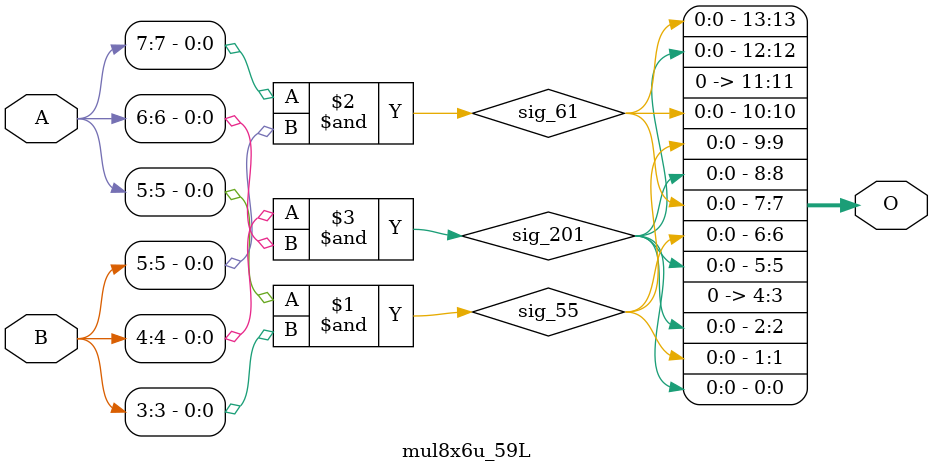
<source format=v>
/***
* This code is a part of EvoApproxLib library (ehw.fit.vutbr.cz/approxlib) distributed under The MIT License.
* When used, please cite the following article(s): V. Mrazek, L. Sekanina, Z. Vasicek "Libraries of Approximate Circuits: Automated Design and Application in CNN Accelerators" IEEE Journal on Emerging and Selected Topics in Circuits and Systems, Vol 10, No 4, 2020 
* This file contains a circuit from a sub-set of pareto optimal circuits with respect to the pwr and wce parameters
***/
// MAE% = 9.53 %
// MAE = 1561 
// WCE% = 32.90 %
// WCE = 5391 
// WCRE% = 328.61 %
// EP% = 98.03 %
// MRE% = 66.43 %
// MSE = 40099.659e2 
// PDK45_PWR = 0.00089 mW
// PDK45_AREA = 7.0 um2
// PDK45_DELAY = 0.04 ns

module mul8x6u_59L (
    A,
    B,
    O
);

input [7:0] A;
input [5:0] B;
output [13:0] O;

wire sig_55,sig_61,sig_201;

assign sig_55 = A[5] & B[3];
assign sig_61 = A[7] & B[5];
assign sig_201 = B[4] & A[6];

assign O[13] = sig_61;
assign O[12] = sig_201;
assign O[11] = 1'b0;
assign O[10] = sig_61;
assign O[9] = sig_55;
assign O[8] = sig_201;
assign O[7] = sig_61;
assign O[6] = sig_55;
assign O[5] = sig_201;
assign O[4] = 1'b0;
assign O[3] = 1'b0;
assign O[2] = sig_201;
assign O[1] = sig_55;
assign O[0] = sig_201;

endmodule



</source>
